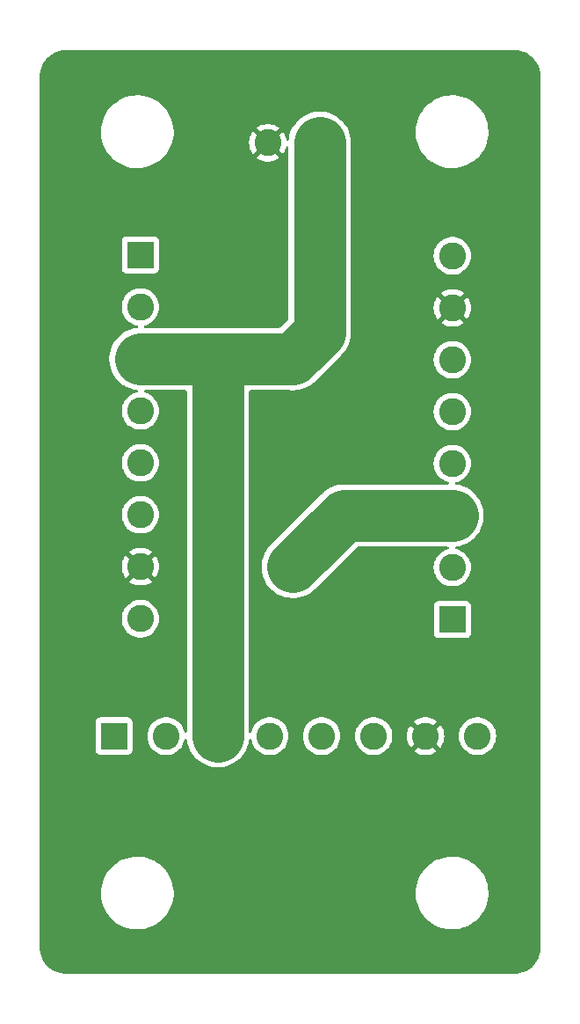
<source format=gbr>
%TF.GenerationSoftware,KiCad,Pcbnew,7.0.8-7.0.8~ubuntu22.04.1*%
%TF.CreationDate,2023-10-05T10:55:24-04:00*%
%TF.ProjectId,ladcp_star_circuit,6c616463-705f-4737-9461-725f63697263,1.0.0*%
%TF.SameCoordinates,Original*%
%TF.FileFunction,Copper,L1,Top*%
%TF.FilePolarity,Positive*%
%FSLAX46Y46*%
G04 Gerber Fmt 4.6, Leading zero omitted, Abs format (unit mm)*
G04 Created by KiCad (PCBNEW 7.0.8-7.0.8~ubuntu22.04.1) date 2023-10-05 10:55:24*
%MOMM*%
%LPD*%
G01*
G04 APERTURE LIST*
%TA.AperFunction,ComponentPad*%
%ADD10R,2.600000X2.600000*%
%TD*%
%TA.AperFunction,ComponentPad*%
%ADD11C,2.600000*%
%TD*%
%TA.AperFunction,ComponentPad*%
%ADD12R,3.200000X3.200000*%
%TD*%
%TA.AperFunction,ComponentPad*%
%ADD13O,3.200000X3.200000*%
%TD*%
%TA.AperFunction,Conductor*%
%ADD14C,5.000000*%
%TD*%
G04 APERTURE END LIST*
D10*
%TO.P,P1,1,Pin_1*%
%TO.N,/RS232_IN_MASTER*%
X121462800Y-62917000D03*
D11*
%TO.P,P1,2,Pin_2*%
%TO.N,/RS232_OUT_MASTER*%
X121462800Y-67917000D03*
%TO.P,P1,3,Pin_3*%
%TO.N,/POWER+*%
X121462800Y-72917000D03*
%TO.P,P1,4,Pin_4*%
%TO.N,/DATA_RTN*%
X121462800Y-77917000D03*
%TO.P,P1,5,Pin_5*%
%TO.N,/RS485A*%
X121462800Y-82917000D03*
%TO.P,P1,6,Pin_6*%
%TO.N,/RS485B*%
X121462800Y-87917000D03*
%TO.P,P1,7,Pin_7*%
%TO.N,/POWER-*%
X121462800Y-92917000D03*
%TO.P,P1,8,Pin_8*%
%TO.N,unconnected-(P1-Pin_8-Pad8)*%
X121462800Y-97917000D03*
%TD*%
D12*
%TO.P,D1,1,K*%
%TO.N,/POWER+*%
X136144000Y-72931000D03*
D13*
%TO.P,D1,2,A*%
%TO.N,Net-(D1-A)*%
X136144000Y-92931000D03*
%TD*%
D10*
%TO.P,P6,1,Pin_1*%
%TO.N,/RS232_IN_MASTER*%
X151514800Y-97992000D03*
D11*
%TO.P,P6,2,Pin_2*%
%TO.N,/RS232_OUT_MASTER*%
X151514800Y-92992000D03*
%TO.P,P6,3,Pin_3*%
%TO.N,Net-(D1-A)*%
X151514800Y-87992000D03*
%TO.P,P6,4,Pin_4*%
%TO.N,/DATA_RTN*%
X151514800Y-82992000D03*
%TO.P,P6,5,Pin_5*%
%TO.N,/RS232_IN_SLAVE*%
X151514800Y-77992000D03*
%TO.P,P6,6,Pin_6*%
%TO.N,/RS232_OUT_SLAVE*%
X151514800Y-72992000D03*
%TO.P,P6,7,Pin_7*%
%TO.N,/POWER-*%
X151514800Y-67992000D03*
%TO.P,P6,8,Pin_8*%
%TO.N,unconnected-(P6-Pin_8-Pad8)*%
X151514800Y-62992000D03*
%TD*%
D10*
%TO.P,P2,1,Pin_1*%
%TO.N,/RS232_IN_SLAVE*%
X118924000Y-109220000D03*
D11*
%TO.P,P2,2,Pin_2*%
%TO.N,/RS232_OUT_SLAVE*%
X123924000Y-109220000D03*
%TO.P,P2,3,Pin_3*%
%TO.N,/POWER+*%
X128924000Y-109220000D03*
%TO.P,P2,4,Pin_4*%
%TO.N,/DATA_RTN*%
X133924000Y-109220000D03*
%TO.P,P2,5,Pin_5*%
%TO.N,/RS485A*%
X138924000Y-109220000D03*
%TO.P,P2,6,Pin_6*%
%TO.N,/RS485B*%
X143924000Y-109220000D03*
%TO.P,P2,7,Pin_7*%
%TO.N,/POWER-*%
X148924000Y-109220000D03*
%TO.P,P2,8,Pin_8*%
%TO.N,unconnected-(P2-Pin_8-Pad8)*%
X153924000Y-109220000D03*
%TD*%
D10*
%TO.P,P3,1,Pin_1*%
%TO.N,/POWER+*%
X138734800Y-52120800D03*
D11*
%TO.P,P3,2,Pin_2*%
%TO.N,/POWER-*%
X133734800Y-52120800D03*
%TD*%
D14*
%TO.N,/POWER+*%
X129540000Y-72917000D02*
X136130000Y-72917000D01*
X138734800Y-52120800D02*
X138734800Y-70340200D01*
X128924000Y-109220000D02*
X128924000Y-73533000D01*
X128924000Y-73533000D02*
X129540000Y-72917000D01*
X136130000Y-72917000D02*
X136144000Y-72931000D01*
X121462800Y-72917000D02*
X129540000Y-72917000D01*
X138734800Y-70340200D02*
X136144000Y-72931000D01*
%TO.N,Net-(D1-A)*%
X136144000Y-92931000D02*
X141083000Y-87992000D01*
X141083000Y-87992000D02*
X151514800Y-87992000D01*
%TD*%
%TA.AperFunction,Conductor*%
%TO.N,/POWER-*%
G36*
X157481737Y-43180598D02*
G01*
X157515041Y-43182467D01*
X157595603Y-43186992D01*
X157767691Y-43197401D01*
X157774297Y-43198160D01*
X157845907Y-43210327D01*
X157910343Y-43221277D01*
X158003462Y-43238340D01*
X158059227Y-43248560D01*
X158065198Y-43249963D01*
X158202032Y-43289384D01*
X158342850Y-43333265D01*
X158348092Y-43335164D01*
X158481420Y-43390391D01*
X158614609Y-43450334D01*
X158619147Y-43452605D01*
X158692221Y-43492991D01*
X158746422Y-43522947D01*
X158746439Y-43522956D01*
X158870935Y-43598217D01*
X158874739Y-43600711D01*
X158992726Y-43684427D01*
X158995072Y-43686176D01*
X159090416Y-43760874D01*
X159108332Y-43774910D01*
X159111409Y-43777486D01*
X159219430Y-43874018D01*
X159221957Y-43876408D01*
X159323590Y-43978041D01*
X159325980Y-43980568D01*
X159422512Y-44088589D01*
X159425088Y-44091666D01*
X159513811Y-44204912D01*
X159515571Y-44207272D01*
X159599287Y-44325259D01*
X159601781Y-44329063D01*
X159677043Y-44453560D01*
X159747393Y-44580851D01*
X159749668Y-44585398D01*
X159809609Y-44718581D01*
X159864831Y-44851899D01*
X159866744Y-44857183D01*
X159889633Y-44930634D01*
X159910631Y-44998021D01*
X159950032Y-45134790D01*
X159951440Y-45140781D01*
X159978722Y-45289656D01*
X160001835Y-45425683D01*
X160002599Y-45432330D01*
X160013012Y-45604475D01*
X160019402Y-45718263D01*
X160019500Y-45721741D01*
X160019500Y-129538258D01*
X160019402Y-129541736D01*
X160013012Y-129655524D01*
X160002599Y-129827668D01*
X160001835Y-129834315D01*
X159978722Y-129970343D01*
X159951440Y-130119217D01*
X159950032Y-130125208D01*
X159910625Y-130262001D01*
X159866744Y-130402815D01*
X159864831Y-130408099D01*
X159809609Y-130541418D01*
X159749668Y-130674600D01*
X159747394Y-130679147D01*
X159677043Y-130806439D01*
X159601781Y-130930936D01*
X159599287Y-130934739D01*
X159515571Y-131052726D01*
X159513811Y-131055086D01*
X159425088Y-131168332D01*
X159422512Y-131171409D01*
X159325980Y-131279430D01*
X159323590Y-131281957D01*
X159221957Y-131383590D01*
X159219430Y-131385980D01*
X159111409Y-131482512D01*
X159108332Y-131485088D01*
X158995086Y-131573811D01*
X158992726Y-131575571D01*
X158874739Y-131659287D01*
X158870936Y-131661781D01*
X158746439Y-131737043D01*
X158619147Y-131807394D01*
X158614600Y-131809668D01*
X158481418Y-131869609D01*
X158348099Y-131924831D01*
X158342815Y-131926744D01*
X158225231Y-131963385D01*
X158201990Y-131970627D01*
X158065208Y-132010032D01*
X158059217Y-132011440D01*
X157910343Y-132038722D01*
X157774315Y-132061835D01*
X157767668Y-132062599D01*
X157595524Y-132073012D01*
X157481736Y-132079402D01*
X157478258Y-132079500D01*
X114301742Y-132079500D01*
X114298265Y-132079402D01*
X114184475Y-132073012D01*
X114012330Y-132062599D01*
X114005683Y-132061835D01*
X113869656Y-132038722D01*
X113720781Y-132011440D01*
X113714790Y-132010032D01*
X113578021Y-131970631D01*
X113510634Y-131949633D01*
X113437183Y-131926744D01*
X113431899Y-131924831D01*
X113298581Y-131869609D01*
X113165398Y-131809668D01*
X113160851Y-131807393D01*
X113033560Y-131737043D01*
X112909063Y-131661781D01*
X112905259Y-131659287D01*
X112787272Y-131575571D01*
X112784912Y-131573811D01*
X112671666Y-131485088D01*
X112668589Y-131482512D01*
X112560568Y-131385980D01*
X112558041Y-131383590D01*
X112456408Y-131281957D01*
X112454018Y-131279430D01*
X112357486Y-131171409D01*
X112354910Y-131168332D01*
X112340874Y-131150416D01*
X112266176Y-131055072D01*
X112264427Y-131052726D01*
X112180711Y-130934739D01*
X112178217Y-130930935D01*
X112102956Y-130806439D01*
X112032605Y-130679147D01*
X112030330Y-130674600D01*
X111970390Y-130541418D01*
X111915167Y-130408099D01*
X111913265Y-130402850D01*
X111869375Y-130262001D01*
X111829963Y-130125198D01*
X111828560Y-130119227D01*
X111818340Y-130063462D01*
X111801277Y-129970343D01*
X111790327Y-129905907D01*
X111778160Y-129834297D01*
X111777401Y-129827691D01*
X111766992Y-129655603D01*
X111762626Y-129577867D01*
X111760598Y-129541736D01*
X111760500Y-129538259D01*
X111760500Y-124417312D01*
X117653774Y-124417312D01*
X117683545Y-124789270D01*
X117752685Y-125155947D01*
X117860404Y-125513191D01*
X118005491Y-125856970D01*
X118186291Y-126183370D01*
X118186294Y-126183374D01*
X118400769Y-126488713D01*
X118646484Y-126769525D01*
X118787524Y-126899727D01*
X118920656Y-127022629D01*
X119220166Y-127245147D01*
X119220177Y-127245155D01*
X119541655Y-127434584D01*
X119881447Y-127588769D01*
X120235702Y-127705963D01*
X120600408Y-127784838D01*
X120971431Y-127824500D01*
X121251211Y-127824500D01*
X121251213Y-127824500D01*
X121333835Y-127820096D01*
X121530594Y-127809610D01*
X121530598Y-127809609D01*
X121530608Y-127809609D01*
X121898995Y-127750256D01*
X122258986Y-127652083D01*
X122606502Y-127516201D01*
X122937606Y-127344150D01*
X123248547Y-127137880D01*
X123535800Y-126899727D01*
X123796113Y-126632391D01*
X124026534Y-126338899D01*
X124224454Y-126022578D01*
X124387630Y-125687011D01*
X124514212Y-125336000D01*
X124602768Y-124973524D01*
X124652293Y-124603688D01*
X124657256Y-124417312D01*
X147981374Y-124417312D01*
X148011145Y-124789270D01*
X148080285Y-125155947D01*
X148188004Y-125513191D01*
X148333091Y-125856970D01*
X148513891Y-126183370D01*
X148513894Y-126183374D01*
X148728369Y-126488713D01*
X148974084Y-126769525D01*
X149115124Y-126899727D01*
X149248256Y-127022629D01*
X149547766Y-127245147D01*
X149547777Y-127245155D01*
X149869255Y-127434584D01*
X150209047Y-127588769D01*
X150563302Y-127705963D01*
X150928008Y-127784838D01*
X151299031Y-127824500D01*
X151578811Y-127824500D01*
X151578813Y-127824500D01*
X151661435Y-127820096D01*
X151858194Y-127809610D01*
X151858198Y-127809609D01*
X151858208Y-127809609D01*
X152226595Y-127750256D01*
X152586586Y-127652083D01*
X152934102Y-127516201D01*
X153265206Y-127344150D01*
X153576147Y-127137880D01*
X153863400Y-126899727D01*
X154123713Y-126632391D01*
X154354134Y-126338899D01*
X154552054Y-126022578D01*
X154715230Y-125687011D01*
X154841812Y-125336000D01*
X154930368Y-124973524D01*
X154979893Y-124603688D01*
X154989826Y-124230683D01*
X154960055Y-123858735D01*
X154890916Y-123492059D01*
X154890914Y-123492052D01*
X154783195Y-123134808D01*
X154638108Y-122791029D01*
X154457308Y-122464629D01*
X154457305Y-122464625D01*
X154348065Y-122309105D01*
X154242831Y-122159287D01*
X153997116Y-121878475D01*
X153722945Y-121625372D01*
X153722943Y-121625370D01*
X153423433Y-121402852D01*
X153423430Y-121402850D01*
X153423423Y-121402845D01*
X153101945Y-121213416D01*
X152762153Y-121059231D01*
X152762149Y-121059229D01*
X152762143Y-121059227D01*
X152407902Y-120942038D01*
X152407889Y-120942035D01*
X152043195Y-120863162D01*
X152043188Y-120863161D01*
X151672169Y-120823500D01*
X151392387Y-120823500D01*
X151371323Y-120824622D01*
X151113005Y-120838389D01*
X151112979Y-120838392D01*
X150744607Y-120897743D01*
X150744604Y-120897744D01*
X150384613Y-120995917D01*
X150222689Y-121059231D01*
X150037098Y-121131799D01*
X150037096Y-121131799D01*
X150037096Y-121131800D01*
X149705998Y-121303847D01*
X149395058Y-121510116D01*
X149395049Y-121510122D01*
X149107811Y-121748263D01*
X149107796Y-121748277D01*
X148847488Y-122015607D01*
X148617069Y-122309095D01*
X148617062Y-122309105D01*
X148419148Y-122625416D01*
X148419146Y-122625421D01*
X148255967Y-122960994D01*
X148129386Y-123312004D01*
X148040832Y-123674472D01*
X148040831Y-123674480D01*
X147991308Y-124044305D01*
X147991306Y-124044321D01*
X147981374Y-124417312D01*
X124657256Y-124417312D01*
X124662226Y-124230683D01*
X124632455Y-123858735D01*
X124563316Y-123492059D01*
X124563314Y-123492052D01*
X124455595Y-123134808D01*
X124310508Y-122791029D01*
X124129708Y-122464629D01*
X124129705Y-122464625D01*
X124020465Y-122309105D01*
X123915231Y-122159287D01*
X123669516Y-121878475D01*
X123395345Y-121625372D01*
X123395343Y-121625370D01*
X123095833Y-121402852D01*
X123095830Y-121402850D01*
X123095823Y-121402845D01*
X122774345Y-121213416D01*
X122434553Y-121059231D01*
X122434549Y-121059229D01*
X122434543Y-121059227D01*
X122080302Y-120942038D01*
X122080289Y-120942035D01*
X121715595Y-120863162D01*
X121715588Y-120863161D01*
X121344569Y-120823500D01*
X121064787Y-120823500D01*
X121043723Y-120824622D01*
X120785405Y-120838389D01*
X120785379Y-120838392D01*
X120417007Y-120897743D01*
X120417004Y-120897744D01*
X120057013Y-120995917D01*
X119895089Y-121059231D01*
X119709498Y-121131799D01*
X119709496Y-121131799D01*
X119709496Y-121131800D01*
X119378398Y-121303847D01*
X119067458Y-121510116D01*
X119067449Y-121510122D01*
X118780211Y-121748263D01*
X118780196Y-121748277D01*
X118519888Y-122015607D01*
X118289469Y-122309095D01*
X118289462Y-122309105D01*
X118091548Y-122625416D01*
X118091546Y-122625421D01*
X117928367Y-122960994D01*
X117801786Y-123312004D01*
X117713232Y-123674472D01*
X117713231Y-123674480D01*
X117663708Y-124044305D01*
X117663706Y-124044321D01*
X117653774Y-124417312D01*
X111760500Y-124417312D01*
X111760500Y-110567870D01*
X117123500Y-110567870D01*
X117123501Y-110567876D01*
X117129908Y-110627483D01*
X117180202Y-110762328D01*
X117180206Y-110762335D01*
X117266452Y-110877544D01*
X117266455Y-110877547D01*
X117381664Y-110963793D01*
X117381671Y-110963797D01*
X117516517Y-111014091D01*
X117516516Y-111014091D01*
X117523444Y-111014835D01*
X117576127Y-111020500D01*
X120271872Y-111020499D01*
X120331483Y-111014091D01*
X120466331Y-110963796D01*
X120581546Y-110877546D01*
X120667796Y-110762331D01*
X120718091Y-110627483D01*
X120724500Y-110567873D01*
X120724499Y-107872128D01*
X120718091Y-107812517D01*
X120716542Y-107808365D01*
X120667797Y-107677671D01*
X120667793Y-107677664D01*
X120581547Y-107562455D01*
X120581544Y-107562452D01*
X120466335Y-107476206D01*
X120466328Y-107476202D01*
X120331482Y-107425908D01*
X120331483Y-107425908D01*
X120271883Y-107419501D01*
X120271881Y-107419500D01*
X120271873Y-107419500D01*
X120271864Y-107419500D01*
X117576129Y-107419500D01*
X117576123Y-107419501D01*
X117516516Y-107425908D01*
X117381671Y-107476202D01*
X117381664Y-107476206D01*
X117266455Y-107562452D01*
X117266452Y-107562455D01*
X117180206Y-107677664D01*
X117180202Y-107677671D01*
X117129908Y-107812517D01*
X117123501Y-107872116D01*
X117123501Y-107872123D01*
X117123500Y-107872135D01*
X117123500Y-110567870D01*
X111760500Y-110567870D01*
X111760500Y-97917004D01*
X119657251Y-97917004D01*
X119677416Y-98186101D01*
X119737464Y-98449188D01*
X119737466Y-98449195D01*
X119836057Y-98700398D01*
X119970985Y-98934102D01*
X120106880Y-99104509D01*
X120139242Y-99145089D01*
X120325983Y-99318358D01*
X120337059Y-99328635D01*
X120560026Y-99480651D01*
X120803159Y-99597738D01*
X121061028Y-99677280D01*
X121061029Y-99677280D01*
X121061032Y-99677281D01*
X121327863Y-99717499D01*
X121327868Y-99717499D01*
X121327871Y-99717500D01*
X121327872Y-99717500D01*
X121597728Y-99717500D01*
X121597729Y-99717500D01*
X121597736Y-99717499D01*
X121864567Y-99677281D01*
X121864568Y-99677280D01*
X121864572Y-99677280D01*
X122122441Y-99597738D01*
X122365575Y-99480651D01*
X122588541Y-99328635D01*
X122786361Y-99145085D01*
X122954615Y-98934102D01*
X123089543Y-98700398D01*
X123188134Y-98449195D01*
X123248183Y-98186103D01*
X123268349Y-97917000D01*
X123248183Y-97647897D01*
X123188134Y-97384805D01*
X123089543Y-97133602D01*
X122954615Y-96899898D01*
X122786361Y-96688915D01*
X122786360Y-96688914D01*
X122786357Y-96688910D01*
X122588541Y-96505365D01*
X122506850Y-96449669D01*
X122365575Y-96353349D01*
X122365569Y-96353346D01*
X122365568Y-96353345D01*
X122365567Y-96353344D01*
X122122443Y-96236263D01*
X122122445Y-96236263D01*
X121864573Y-96156720D01*
X121864567Y-96156718D01*
X121597736Y-96116500D01*
X121597729Y-96116500D01*
X121327871Y-96116500D01*
X121327863Y-96116500D01*
X121061032Y-96156718D01*
X121061026Y-96156720D01*
X120803158Y-96236262D01*
X120560030Y-96353346D01*
X120337058Y-96505365D01*
X120139242Y-96688910D01*
X119970985Y-96899898D01*
X119836058Y-97133599D01*
X119836056Y-97133603D01*
X119737466Y-97384804D01*
X119737464Y-97384811D01*
X119677416Y-97647898D01*
X119657251Y-97916995D01*
X119657251Y-97917004D01*
X111760500Y-97917004D01*
X111760500Y-92917004D01*
X119657753Y-92917004D01*
X119677913Y-93186026D01*
X119677913Y-93186028D01*
X119737942Y-93449033D01*
X119737948Y-93449052D01*
X119836509Y-93700181D01*
X119836508Y-93700181D01*
X119971402Y-93933822D01*
X120025094Y-94001151D01*
X120025095Y-94001151D01*
X120860252Y-93165993D01*
X120869988Y-93195956D01*
X120957986Y-93334619D01*
X121077703Y-93447040D01*
X121212310Y-93521041D01*
X120377648Y-94355702D01*
X120560283Y-94480220D01*
X120560285Y-94480221D01*
X120803339Y-94597269D01*
X120803337Y-94597269D01*
X121061137Y-94676790D01*
X121061143Y-94676792D01*
X121327901Y-94716999D01*
X121327910Y-94717000D01*
X121597690Y-94717000D01*
X121597698Y-94716999D01*
X121864456Y-94676792D01*
X121864462Y-94676790D01*
X122122261Y-94597269D01*
X122365321Y-94480218D01*
X122547950Y-94355702D01*
X121710334Y-93518086D01*
X121778429Y-93491126D01*
X121911292Y-93394595D01*
X122015975Y-93268055D01*
X122064431Y-93165079D01*
X122900503Y-94001151D01*
X122900504Y-94001150D01*
X122954193Y-93933828D01*
X122954200Y-93933817D01*
X123089090Y-93700181D01*
X123187651Y-93449052D01*
X123187657Y-93449033D01*
X123247686Y-93186028D01*
X123247686Y-93186026D01*
X123267847Y-92917004D01*
X123267847Y-92916995D01*
X123247686Y-92647973D01*
X123247686Y-92647971D01*
X123187657Y-92384966D01*
X123187651Y-92384947D01*
X123089090Y-92133818D01*
X123089091Y-92133818D01*
X122954197Y-91900177D01*
X122900504Y-91832847D01*
X122065346Y-92668004D01*
X122055612Y-92638044D01*
X121967614Y-92499381D01*
X121847897Y-92386960D01*
X121713289Y-92312958D01*
X122547950Y-91478296D01*
X122365317Y-91353779D01*
X122365316Y-91353778D01*
X122122260Y-91236730D01*
X122122262Y-91236730D01*
X121864462Y-91157209D01*
X121864456Y-91157207D01*
X121597698Y-91117000D01*
X121327901Y-91117000D01*
X121061143Y-91157207D01*
X121061137Y-91157209D01*
X120803338Y-91236730D01*
X120560285Y-91353778D01*
X120560276Y-91353783D01*
X120377648Y-91478296D01*
X121215265Y-92315913D01*
X121147171Y-92342874D01*
X121014308Y-92439405D01*
X120909625Y-92565945D01*
X120861168Y-92668921D01*
X120025095Y-91832848D01*
X119971400Y-91900180D01*
X119836509Y-92133818D01*
X119737948Y-92384947D01*
X119737942Y-92384966D01*
X119677913Y-92647971D01*
X119677913Y-92647973D01*
X119657753Y-92916995D01*
X119657753Y-92917004D01*
X111760500Y-92917004D01*
X111760500Y-87917004D01*
X119657251Y-87917004D01*
X119677416Y-88186101D01*
X119737464Y-88449188D01*
X119737466Y-88449195D01*
X119836057Y-88700398D01*
X119970985Y-88934102D01*
X120106880Y-89104509D01*
X120139242Y-89145089D01*
X120325983Y-89318358D01*
X120337059Y-89328635D01*
X120560026Y-89480651D01*
X120803159Y-89597738D01*
X121061028Y-89677280D01*
X121061029Y-89677280D01*
X121061032Y-89677281D01*
X121327863Y-89717499D01*
X121327868Y-89717499D01*
X121327871Y-89717500D01*
X121327872Y-89717500D01*
X121597728Y-89717500D01*
X121597729Y-89717500D01*
X121597736Y-89717499D01*
X121864567Y-89677281D01*
X121864568Y-89677280D01*
X121864572Y-89677280D01*
X122122441Y-89597738D01*
X122365575Y-89480651D01*
X122588541Y-89328635D01*
X122786361Y-89145085D01*
X122954615Y-88934102D01*
X123089543Y-88700398D01*
X123188134Y-88449195D01*
X123248183Y-88186103D01*
X123268349Y-87917000D01*
X123248183Y-87647897D01*
X123188134Y-87384805D01*
X123089543Y-87133602D01*
X122954615Y-86899898D01*
X122786361Y-86688915D01*
X122786360Y-86688914D01*
X122786357Y-86688910D01*
X122588541Y-86505365D01*
X122564836Y-86489203D01*
X122365575Y-86353349D01*
X122365569Y-86353346D01*
X122365568Y-86353345D01*
X122365567Y-86353344D01*
X122122443Y-86236263D01*
X122122445Y-86236263D01*
X121864573Y-86156720D01*
X121864567Y-86156718D01*
X121597736Y-86116500D01*
X121597729Y-86116500D01*
X121327871Y-86116500D01*
X121327863Y-86116500D01*
X121061032Y-86156718D01*
X121061026Y-86156720D01*
X120803158Y-86236262D01*
X120560030Y-86353346D01*
X120337058Y-86505365D01*
X120139242Y-86688910D01*
X119970985Y-86899898D01*
X119836058Y-87133599D01*
X119836056Y-87133603D01*
X119737466Y-87384804D01*
X119737464Y-87384811D01*
X119677416Y-87647898D01*
X119657251Y-87916995D01*
X119657251Y-87917004D01*
X111760500Y-87917004D01*
X111760500Y-82917004D01*
X119657251Y-82917004D01*
X119677416Y-83186101D01*
X119694535Y-83261103D01*
X119737466Y-83449195D01*
X119836057Y-83700398D01*
X119970985Y-83934102D01*
X120030795Y-84009101D01*
X120139242Y-84145089D01*
X120325983Y-84318358D01*
X120337059Y-84328635D01*
X120560026Y-84480651D01*
X120803159Y-84597738D01*
X121061028Y-84677280D01*
X121061029Y-84677280D01*
X121061032Y-84677281D01*
X121327863Y-84717499D01*
X121327868Y-84717499D01*
X121327871Y-84717500D01*
X121327872Y-84717500D01*
X121597728Y-84717500D01*
X121597729Y-84717500D01*
X121597736Y-84717499D01*
X121864567Y-84677281D01*
X121864568Y-84677280D01*
X121864572Y-84677280D01*
X122122441Y-84597738D01*
X122365575Y-84480651D01*
X122588541Y-84328635D01*
X122786361Y-84145085D01*
X122954615Y-83934102D01*
X123089543Y-83700398D01*
X123188134Y-83449195D01*
X123248183Y-83186103D01*
X123254905Y-83096402D01*
X123268349Y-82917004D01*
X123268349Y-82916995D01*
X123248183Y-82647898D01*
X123248183Y-82647897D01*
X123188134Y-82384805D01*
X123089543Y-82133602D01*
X122954615Y-81899898D01*
X122786361Y-81688915D01*
X122786360Y-81688914D01*
X122786357Y-81688910D01*
X122588541Y-81505365D01*
X122365575Y-81353349D01*
X122365569Y-81353346D01*
X122365568Y-81353345D01*
X122365567Y-81353344D01*
X122122443Y-81236263D01*
X122122445Y-81236263D01*
X121864573Y-81156720D01*
X121864567Y-81156718D01*
X121597736Y-81116500D01*
X121597729Y-81116500D01*
X121327871Y-81116500D01*
X121327863Y-81116500D01*
X121061032Y-81156718D01*
X121061026Y-81156720D01*
X120803158Y-81236262D01*
X120560030Y-81353346D01*
X120337058Y-81505365D01*
X120139242Y-81688910D01*
X119970985Y-81899898D01*
X119836058Y-82133599D01*
X119836056Y-82133603D01*
X119737466Y-82384804D01*
X119737464Y-82384811D01*
X119677416Y-82647898D01*
X119657251Y-82916995D01*
X119657251Y-82917004D01*
X111760500Y-82917004D01*
X111760500Y-73091759D01*
X118462300Y-73091759D01*
X118482094Y-73261103D01*
X118502877Y-73438914D01*
X118502877Y-73438916D01*
X118583480Y-73779009D01*
X118583481Y-73779012D01*
X118703023Y-74107452D01*
X118703026Y-74107458D01*
X118859888Y-74419796D01*
X119051946Y-74711805D01*
X119051952Y-74711813D01*
X119085908Y-74752280D01*
X119276617Y-74979558D01*
X119407917Y-75103433D01*
X119530844Y-75219410D01*
X119530850Y-75219415D01*
X119811202Y-75428129D01*
X119831729Y-75439980D01*
X120113896Y-75602889D01*
X120434829Y-75741326D01*
X120769664Y-75841569D01*
X120769666Y-75841569D01*
X120769672Y-75841571D01*
X121113867Y-75902261D01*
X121113873Y-75902262D01*
X121113877Y-75902262D01*
X121114231Y-75902304D01*
X121114318Y-75902340D01*
X121117426Y-75902889D01*
X121117299Y-75903607D01*
X121178535Y-75929630D01*
X121217858Y-75987384D01*
X121219714Y-76057229D01*
X121183515Y-76116990D01*
X121120753Y-76147693D01*
X121118333Y-76148082D01*
X121061031Y-76156719D01*
X121061026Y-76156720D01*
X120803158Y-76236262D01*
X120560030Y-76353346D01*
X120337058Y-76505365D01*
X120139242Y-76688910D01*
X119970985Y-76899898D01*
X119836058Y-77133599D01*
X119836056Y-77133603D01*
X119737466Y-77384804D01*
X119737464Y-77384811D01*
X119677416Y-77647898D01*
X119657251Y-77916995D01*
X119657251Y-77917004D01*
X119677416Y-78186101D01*
X119694535Y-78261103D01*
X119737466Y-78449195D01*
X119836057Y-78700398D01*
X119970985Y-78934102D01*
X120030795Y-79009101D01*
X120139242Y-79145089D01*
X120325983Y-79318358D01*
X120337059Y-79328635D01*
X120560026Y-79480651D01*
X120803159Y-79597738D01*
X121061028Y-79677280D01*
X121061029Y-79677280D01*
X121061032Y-79677281D01*
X121327863Y-79717499D01*
X121327868Y-79717499D01*
X121327871Y-79717500D01*
X121327872Y-79717500D01*
X121597728Y-79717500D01*
X121597729Y-79717500D01*
X121597736Y-79717499D01*
X121864567Y-79677281D01*
X121864568Y-79677280D01*
X121864572Y-79677280D01*
X122122441Y-79597738D01*
X122365575Y-79480651D01*
X122588541Y-79328635D01*
X122786361Y-79145085D01*
X122954615Y-78934102D01*
X123089543Y-78700398D01*
X123188134Y-78449195D01*
X123248183Y-78186103D01*
X123254905Y-78096402D01*
X123268349Y-77917004D01*
X123268349Y-77916995D01*
X123248183Y-77647898D01*
X123248183Y-77647897D01*
X123188134Y-77384805D01*
X123089543Y-77133602D01*
X122954615Y-76899898D01*
X122786361Y-76688915D01*
X122786360Y-76688914D01*
X122786357Y-76688910D01*
X122588541Y-76505365D01*
X122365575Y-76353349D01*
X122365569Y-76353346D01*
X122365568Y-76353345D01*
X122365567Y-76353344D01*
X122122443Y-76236263D01*
X122122445Y-76236263D01*
X121875177Y-76159991D01*
X121816918Y-76121421D01*
X121788760Y-76057476D01*
X121799644Y-75988459D01*
X121846113Y-75936282D01*
X121911727Y-75917500D01*
X125799500Y-75917500D01*
X125866539Y-75937185D01*
X125912294Y-75989989D01*
X125923500Y-76041500D01*
X125923500Y-108788472D01*
X125903815Y-108855511D01*
X125851011Y-108901266D01*
X125781853Y-108911210D01*
X125718297Y-108882185D01*
X125680523Y-108823407D01*
X125678609Y-108816065D01*
X125649826Y-108689960D01*
X125649334Y-108687805D01*
X125550743Y-108436602D01*
X125415815Y-108202898D01*
X125247561Y-107991915D01*
X125247560Y-107991914D01*
X125247557Y-107991910D01*
X125049741Y-107808365D01*
X125010038Y-107781296D01*
X124826775Y-107656349D01*
X124826769Y-107656346D01*
X124826768Y-107656345D01*
X124826767Y-107656344D01*
X124583643Y-107539263D01*
X124583645Y-107539263D01*
X124325773Y-107459720D01*
X124325767Y-107459718D01*
X124058936Y-107419500D01*
X124058929Y-107419500D01*
X123789071Y-107419500D01*
X123789063Y-107419500D01*
X123522232Y-107459718D01*
X123522226Y-107459720D01*
X123264358Y-107539262D01*
X123021230Y-107656346D01*
X122798258Y-107808365D01*
X122600442Y-107991910D01*
X122432185Y-108202898D01*
X122297258Y-108436599D01*
X122297256Y-108436603D01*
X122198666Y-108687804D01*
X122198664Y-108687811D01*
X122138616Y-108950898D01*
X122118451Y-109219995D01*
X122118451Y-109220004D01*
X122138616Y-109489101D01*
X122198664Y-109752188D01*
X122198666Y-109752195D01*
X122261830Y-109913134D01*
X122297257Y-110003398D01*
X122432185Y-110237102D01*
X122485655Y-110304151D01*
X122600442Y-110448089D01*
X122730641Y-110568895D01*
X122798259Y-110631635D01*
X123021226Y-110783651D01*
X123264359Y-110900738D01*
X123522228Y-110980280D01*
X123522229Y-110980280D01*
X123522232Y-110980281D01*
X123789063Y-111020499D01*
X123789068Y-111020499D01*
X123789071Y-111020500D01*
X123789072Y-111020500D01*
X124058928Y-111020500D01*
X124058929Y-111020500D01*
X124058936Y-111020499D01*
X124325767Y-110980281D01*
X124325768Y-110980280D01*
X124325772Y-110980280D01*
X124583641Y-110900738D01*
X124826775Y-110783651D01*
X125049741Y-110631635D01*
X125247561Y-110448085D01*
X125415815Y-110237102D01*
X125550743Y-110003398D01*
X125649334Y-109752195D01*
X125691493Y-109567485D01*
X125694513Y-109554254D01*
X125728622Y-109493275D01*
X125790283Y-109460417D01*
X125859920Y-109466112D01*
X125915424Y-109508552D01*
X125937770Y-109565434D01*
X125938111Y-109565374D01*
X125938407Y-109567054D01*
X125938567Y-109567461D01*
X125938739Y-109568939D01*
X125999428Y-109913127D01*
X125999430Y-109913134D01*
X126099674Y-110247972D01*
X126238107Y-110568895D01*
X126238113Y-110568908D01*
X126412870Y-110871597D01*
X126621584Y-111151949D01*
X126621589Y-111151955D01*
X126745463Y-111283253D01*
X126861442Y-111406183D01*
X127037903Y-111554251D01*
X127129186Y-111630847D01*
X127129194Y-111630853D01*
X127421203Y-111822911D01*
X127421207Y-111822913D01*
X127733549Y-111979777D01*
X128061989Y-112099319D01*
X128402086Y-112179923D01*
X128749241Y-112220500D01*
X128749248Y-112220500D01*
X129098752Y-112220500D01*
X129098759Y-112220500D01*
X129445914Y-112179923D01*
X129786011Y-112099319D01*
X130114451Y-111979777D01*
X130426793Y-111822913D01*
X130718811Y-111630849D01*
X130986558Y-111406183D01*
X131226412Y-111151953D01*
X131435130Y-110871596D01*
X131609889Y-110568904D01*
X131748326Y-110247971D01*
X131848569Y-109913136D01*
X131858894Y-109854583D01*
X131909257Y-109568954D01*
X131909262Y-109568927D01*
X131909263Y-109568895D01*
X131909429Y-109567485D01*
X131909579Y-109567131D01*
X131909889Y-109565374D01*
X131910295Y-109565445D01*
X131936746Y-109503176D01*
X131994494Y-109463845D01*
X132064338Y-109461978D01*
X132124105Y-109498168D01*
X132153486Y-109554253D01*
X132198664Y-109752188D01*
X132198666Y-109752195D01*
X132261830Y-109913134D01*
X132297257Y-110003398D01*
X132432185Y-110237102D01*
X132485655Y-110304151D01*
X132600442Y-110448089D01*
X132730641Y-110568895D01*
X132798259Y-110631635D01*
X133021226Y-110783651D01*
X133264359Y-110900738D01*
X133522228Y-110980280D01*
X133522229Y-110980280D01*
X133522232Y-110980281D01*
X133789063Y-111020499D01*
X133789068Y-111020499D01*
X133789071Y-111020500D01*
X133789072Y-111020500D01*
X134058928Y-111020500D01*
X134058929Y-111020500D01*
X134058936Y-111020499D01*
X134325767Y-110980281D01*
X134325768Y-110980280D01*
X134325772Y-110980280D01*
X134583641Y-110900738D01*
X134826775Y-110783651D01*
X135049741Y-110631635D01*
X135247561Y-110448085D01*
X135415815Y-110237102D01*
X135550743Y-110003398D01*
X135649334Y-109752195D01*
X135709383Y-109489103D01*
X135729549Y-109220004D01*
X137118451Y-109220004D01*
X137138616Y-109489101D01*
X137198664Y-109752188D01*
X137198666Y-109752195D01*
X137261830Y-109913134D01*
X137297257Y-110003398D01*
X137432185Y-110237102D01*
X137485655Y-110304151D01*
X137600442Y-110448089D01*
X137730641Y-110568895D01*
X137798259Y-110631635D01*
X138021226Y-110783651D01*
X138264359Y-110900738D01*
X138522228Y-110980280D01*
X138522229Y-110980280D01*
X138522232Y-110980281D01*
X138789063Y-111020499D01*
X138789068Y-111020499D01*
X138789071Y-111020500D01*
X138789072Y-111020500D01*
X139058928Y-111020500D01*
X139058929Y-111020500D01*
X139058936Y-111020499D01*
X139325767Y-110980281D01*
X139325768Y-110980280D01*
X139325772Y-110980280D01*
X139583641Y-110900738D01*
X139826775Y-110783651D01*
X140049741Y-110631635D01*
X140247561Y-110448085D01*
X140415815Y-110237102D01*
X140550743Y-110003398D01*
X140649334Y-109752195D01*
X140709383Y-109489103D01*
X140729549Y-109220004D01*
X142118451Y-109220004D01*
X142138616Y-109489101D01*
X142198664Y-109752188D01*
X142198666Y-109752195D01*
X142261830Y-109913134D01*
X142297257Y-110003398D01*
X142432185Y-110237102D01*
X142485655Y-110304151D01*
X142600442Y-110448089D01*
X142730641Y-110568895D01*
X142798259Y-110631635D01*
X143021226Y-110783651D01*
X143264359Y-110900738D01*
X143522228Y-110980280D01*
X143522229Y-110980280D01*
X143522232Y-110980281D01*
X143789063Y-111020499D01*
X143789068Y-111020499D01*
X143789071Y-111020500D01*
X143789072Y-111020500D01*
X144058928Y-111020500D01*
X144058929Y-111020500D01*
X144058936Y-111020499D01*
X144325767Y-110980281D01*
X144325768Y-110980280D01*
X144325772Y-110980280D01*
X144583641Y-110900738D01*
X144826775Y-110783651D01*
X145049741Y-110631635D01*
X145247561Y-110448085D01*
X145415815Y-110237102D01*
X145550743Y-110003398D01*
X145649334Y-109752195D01*
X145709383Y-109489103D01*
X145729549Y-109220004D01*
X147118953Y-109220004D01*
X147139113Y-109489026D01*
X147139113Y-109489028D01*
X147199142Y-109752033D01*
X147199148Y-109752052D01*
X147297709Y-110003181D01*
X147297708Y-110003181D01*
X147432602Y-110236822D01*
X147486294Y-110304151D01*
X147486295Y-110304151D01*
X148321452Y-109468993D01*
X148331188Y-109498956D01*
X148419186Y-109637619D01*
X148538903Y-109750040D01*
X148673510Y-109824041D01*
X147838848Y-110658702D01*
X148021483Y-110783220D01*
X148021485Y-110783221D01*
X148264539Y-110900269D01*
X148264537Y-110900269D01*
X148522337Y-110979790D01*
X148522343Y-110979792D01*
X148789101Y-111019999D01*
X148789110Y-111020000D01*
X149058890Y-111020000D01*
X149058898Y-111019999D01*
X149325656Y-110979792D01*
X149325662Y-110979790D01*
X149583461Y-110900269D01*
X149826521Y-110783218D01*
X150009150Y-110658702D01*
X149171534Y-109821086D01*
X149239629Y-109794126D01*
X149372492Y-109697595D01*
X149477175Y-109571055D01*
X149525631Y-109468079D01*
X150361703Y-110304151D01*
X150361704Y-110304150D01*
X150415393Y-110236828D01*
X150415400Y-110236817D01*
X150550290Y-110003181D01*
X150648851Y-109752052D01*
X150648857Y-109752033D01*
X150708886Y-109489028D01*
X150708886Y-109489026D01*
X150729047Y-109220004D01*
X152118451Y-109220004D01*
X152138616Y-109489101D01*
X152198664Y-109752188D01*
X152198666Y-109752195D01*
X152261830Y-109913134D01*
X152297257Y-110003398D01*
X152432185Y-110237102D01*
X152485655Y-110304151D01*
X152600442Y-110448089D01*
X152730641Y-110568895D01*
X152798259Y-110631635D01*
X153021226Y-110783651D01*
X153264359Y-110900738D01*
X153522228Y-110980280D01*
X153522229Y-110980280D01*
X153522232Y-110980281D01*
X153789063Y-111020499D01*
X153789068Y-111020499D01*
X153789071Y-111020500D01*
X153789072Y-111020500D01*
X154058928Y-111020500D01*
X154058929Y-111020500D01*
X154058936Y-111020499D01*
X154325767Y-110980281D01*
X154325768Y-110980280D01*
X154325772Y-110980280D01*
X154583641Y-110900738D01*
X154826775Y-110783651D01*
X155049741Y-110631635D01*
X155247561Y-110448085D01*
X155415815Y-110237102D01*
X155550743Y-110003398D01*
X155649334Y-109752195D01*
X155709383Y-109489103D01*
X155729549Y-109220000D01*
X155726466Y-109178862D01*
X155709389Y-108950973D01*
X155709383Y-108950897D01*
X155649334Y-108687805D01*
X155550743Y-108436602D01*
X155415815Y-108202898D01*
X155247561Y-107991915D01*
X155247560Y-107991914D01*
X155247557Y-107991910D01*
X155049741Y-107808365D01*
X155010038Y-107781296D01*
X154826775Y-107656349D01*
X154826769Y-107656346D01*
X154826768Y-107656345D01*
X154826767Y-107656344D01*
X154583643Y-107539263D01*
X154583645Y-107539263D01*
X154325773Y-107459720D01*
X154325767Y-107459718D01*
X154058936Y-107419500D01*
X154058929Y-107419500D01*
X153789071Y-107419500D01*
X153789063Y-107419500D01*
X153522232Y-107459718D01*
X153522226Y-107459720D01*
X153264358Y-107539262D01*
X153021230Y-107656346D01*
X152798258Y-107808365D01*
X152600442Y-107991910D01*
X152432185Y-108202898D01*
X152297258Y-108436599D01*
X152297256Y-108436603D01*
X152198666Y-108687804D01*
X152198664Y-108687811D01*
X152138616Y-108950898D01*
X152118451Y-109219995D01*
X152118451Y-109220004D01*
X150729047Y-109220004D01*
X150729047Y-109219995D01*
X150708886Y-108950973D01*
X150708886Y-108950971D01*
X150648857Y-108687966D01*
X150648851Y-108687947D01*
X150550290Y-108436818D01*
X150550291Y-108436818D01*
X150415397Y-108203177D01*
X150361704Y-108135847D01*
X149526546Y-108971004D01*
X149516812Y-108941044D01*
X149428814Y-108802381D01*
X149309097Y-108689960D01*
X149174489Y-108615958D01*
X150009150Y-107781296D01*
X149826517Y-107656779D01*
X149826516Y-107656778D01*
X149583460Y-107539730D01*
X149583462Y-107539730D01*
X149325662Y-107460209D01*
X149325656Y-107460207D01*
X149058898Y-107420000D01*
X148789101Y-107420000D01*
X148522343Y-107460207D01*
X148522337Y-107460209D01*
X148264538Y-107539730D01*
X148021485Y-107656778D01*
X148021476Y-107656783D01*
X147838848Y-107781296D01*
X148676465Y-108618913D01*
X148608371Y-108645874D01*
X148475508Y-108742405D01*
X148370825Y-108868945D01*
X148322368Y-108971921D01*
X147486295Y-108135848D01*
X147432600Y-108203180D01*
X147297709Y-108436818D01*
X147199148Y-108687947D01*
X147199142Y-108687966D01*
X147139113Y-108950971D01*
X147139113Y-108950973D01*
X147118953Y-109219995D01*
X147118953Y-109220004D01*
X145729549Y-109220004D01*
X145729549Y-109220000D01*
X145726466Y-109178862D01*
X145709389Y-108950973D01*
X145709383Y-108950897D01*
X145649334Y-108687805D01*
X145550743Y-108436602D01*
X145415815Y-108202898D01*
X145247561Y-107991915D01*
X145247560Y-107991914D01*
X145247557Y-107991910D01*
X145049741Y-107808365D01*
X145010038Y-107781296D01*
X144826775Y-107656349D01*
X144826769Y-107656346D01*
X144826768Y-107656345D01*
X144826767Y-107656344D01*
X144583643Y-107539263D01*
X144583645Y-107539263D01*
X144325773Y-107459720D01*
X144325767Y-107459718D01*
X144058936Y-107419500D01*
X144058929Y-107419500D01*
X143789071Y-107419500D01*
X143789063Y-107419500D01*
X143522232Y-107459718D01*
X143522226Y-107459720D01*
X143264358Y-107539262D01*
X143021230Y-107656346D01*
X142798258Y-107808365D01*
X142600442Y-107991910D01*
X142432185Y-108202898D01*
X142297258Y-108436599D01*
X142297256Y-108436603D01*
X142198666Y-108687804D01*
X142198664Y-108687811D01*
X142138616Y-108950898D01*
X142118451Y-109219995D01*
X142118451Y-109220004D01*
X140729549Y-109220004D01*
X140729549Y-109220000D01*
X140726466Y-109178862D01*
X140709389Y-108950973D01*
X140709383Y-108950897D01*
X140649334Y-108687805D01*
X140550743Y-108436602D01*
X140415815Y-108202898D01*
X140247561Y-107991915D01*
X140247560Y-107991914D01*
X140247557Y-107991910D01*
X140049741Y-107808365D01*
X140010038Y-107781296D01*
X139826775Y-107656349D01*
X139826769Y-107656346D01*
X139826768Y-107656345D01*
X139826767Y-107656344D01*
X139583643Y-107539263D01*
X139583645Y-107539263D01*
X139325773Y-107459720D01*
X139325767Y-107459718D01*
X139058936Y-107419500D01*
X139058929Y-107419500D01*
X138789071Y-107419500D01*
X138789063Y-107419500D01*
X138522232Y-107459718D01*
X138522226Y-107459720D01*
X138264358Y-107539262D01*
X138021230Y-107656346D01*
X137798258Y-107808365D01*
X137600442Y-107991910D01*
X137432185Y-108202898D01*
X137297258Y-108436599D01*
X137297256Y-108436603D01*
X137198666Y-108687804D01*
X137198664Y-108687811D01*
X137138616Y-108950898D01*
X137118451Y-109219995D01*
X137118451Y-109220004D01*
X135729549Y-109220004D01*
X135729549Y-109220000D01*
X135726466Y-109178862D01*
X135709389Y-108950973D01*
X135709383Y-108950897D01*
X135649334Y-108687805D01*
X135550743Y-108436602D01*
X135415815Y-108202898D01*
X135247561Y-107991915D01*
X135247560Y-107991914D01*
X135247557Y-107991910D01*
X135049741Y-107808365D01*
X135010038Y-107781296D01*
X134826775Y-107656349D01*
X134826769Y-107656346D01*
X134826768Y-107656345D01*
X134826767Y-107656344D01*
X134583643Y-107539263D01*
X134583645Y-107539263D01*
X134325773Y-107459720D01*
X134325767Y-107459718D01*
X134058936Y-107419500D01*
X134058929Y-107419500D01*
X133789071Y-107419500D01*
X133789063Y-107419500D01*
X133522232Y-107459718D01*
X133522226Y-107459720D01*
X133264358Y-107539262D01*
X133021230Y-107656346D01*
X132798258Y-107808365D01*
X132600442Y-107991910D01*
X132432185Y-108202898D01*
X132297258Y-108436599D01*
X132297256Y-108436603D01*
X132198666Y-108687804D01*
X132198664Y-108687811D01*
X132169391Y-108816065D01*
X132135282Y-108877043D01*
X132073621Y-108909901D01*
X132003984Y-108904206D01*
X131948480Y-108861766D01*
X131924732Y-108796056D01*
X131924500Y-108788472D01*
X131924500Y-99339870D01*
X149714300Y-99339870D01*
X149714301Y-99339876D01*
X149720708Y-99399483D01*
X149771002Y-99534328D01*
X149771006Y-99534335D01*
X149857252Y-99649544D01*
X149857255Y-99649547D01*
X149972464Y-99735793D01*
X149972471Y-99735797D01*
X150107317Y-99786091D01*
X150107316Y-99786091D01*
X150114244Y-99786835D01*
X150166927Y-99792500D01*
X152862672Y-99792499D01*
X152922283Y-99786091D01*
X153057131Y-99735796D01*
X153172346Y-99649546D01*
X153258596Y-99534331D01*
X153308891Y-99399483D01*
X153315300Y-99339873D01*
X153315299Y-96644128D01*
X153308891Y-96584517D01*
X153279369Y-96505365D01*
X153258597Y-96449671D01*
X153258593Y-96449664D01*
X153172347Y-96334455D01*
X153172344Y-96334452D01*
X153057135Y-96248206D01*
X153057128Y-96248202D01*
X152922282Y-96197908D01*
X152922283Y-96197908D01*
X152862683Y-96191501D01*
X152862681Y-96191500D01*
X152862673Y-96191500D01*
X152862664Y-96191500D01*
X150166929Y-96191500D01*
X150166923Y-96191501D01*
X150107316Y-96197908D01*
X149972471Y-96248202D01*
X149972464Y-96248206D01*
X149857255Y-96334452D01*
X149857252Y-96334455D01*
X149771006Y-96449664D01*
X149771002Y-96449671D01*
X149720708Y-96584517D01*
X149714301Y-96644116D01*
X149714301Y-96644123D01*
X149714300Y-96644135D01*
X149714300Y-99339870D01*
X131924500Y-99339870D01*
X131924500Y-93018428D01*
X133139686Y-93018428D01*
X133170148Y-93366601D01*
X133170148Y-93366604D01*
X133240825Y-93708898D01*
X133337668Y-94001150D01*
X133350767Y-94040681D01*
X133498480Y-94357452D01*
X133498481Y-94357453D01*
X133498485Y-94357462D01*
X133620733Y-94555655D01*
X133681969Y-94654933D01*
X133790743Y-94792500D01*
X133898758Y-94929107D01*
X134145892Y-95176241D01*
X134145896Y-95176244D01*
X134145899Y-95176247D01*
X134420067Y-95393031D01*
X134420072Y-95393034D01*
X134717537Y-95576514D01*
X134717541Y-95576516D01*
X134717548Y-95576520D01*
X135034319Y-95724233D01*
X135366098Y-95834173D01*
X135366100Y-95834173D01*
X135366102Y-95834174D01*
X135366100Y-95834174D01*
X135619327Y-95886460D01*
X135708395Y-95904851D01*
X136056584Y-95935314D01*
X136405954Y-95925148D01*
X136751782Y-95874492D01*
X137089391Y-95784029D01*
X137414215Y-95654985D01*
X137721861Y-95489104D01*
X138008170Y-95288628D01*
X138203940Y-95114408D01*
X138203946Y-95114403D01*
X142289529Y-91028819D01*
X142350852Y-90995334D01*
X142377210Y-90992500D01*
X151065873Y-90992500D01*
X151132912Y-91012185D01*
X151178667Y-91064989D01*
X151188611Y-91134147D01*
X151159586Y-91197703D01*
X151102423Y-91234991D01*
X150855158Y-91311262D01*
X150612030Y-91428346D01*
X150389058Y-91580365D01*
X150191242Y-91763910D01*
X150022985Y-91974898D01*
X149888058Y-92208599D01*
X149888056Y-92208603D01*
X149789466Y-92459804D01*
X149789464Y-92459811D01*
X149729416Y-92722898D01*
X149709251Y-92991995D01*
X149709251Y-92992004D01*
X149729416Y-93261101D01*
X149772315Y-93449052D01*
X149789466Y-93524195D01*
X149888057Y-93775398D01*
X150022985Y-94009102D01*
X150048169Y-94040681D01*
X150191242Y-94220089D01*
X150339296Y-94357462D01*
X150389059Y-94403635D01*
X150612026Y-94555651D01*
X150855159Y-94672738D01*
X151113028Y-94752280D01*
X151113029Y-94752280D01*
X151113032Y-94752281D01*
X151379863Y-94792499D01*
X151379868Y-94792499D01*
X151379871Y-94792500D01*
X151379872Y-94792500D01*
X151649728Y-94792500D01*
X151649729Y-94792500D01*
X151649736Y-94792499D01*
X151916567Y-94752281D01*
X151916568Y-94752280D01*
X151916572Y-94752280D01*
X152174441Y-94672738D01*
X152417575Y-94555651D01*
X152640541Y-94403635D01*
X152838361Y-94220085D01*
X153006615Y-94009102D01*
X153141543Y-93775398D01*
X153240134Y-93524195D01*
X153300183Y-93261103D01*
X153318369Y-93018428D01*
X153320349Y-92992004D01*
X153320349Y-92991995D01*
X153300183Y-92722898D01*
X153283082Y-92647973D01*
X153240134Y-92459805D01*
X153141543Y-92208602D01*
X153006615Y-91974898D01*
X152838361Y-91763915D01*
X152838360Y-91763914D01*
X152838357Y-91763910D01*
X152640541Y-91580365D01*
X152417575Y-91428349D01*
X152417569Y-91428346D01*
X152417568Y-91428345D01*
X152417567Y-91428344D01*
X152174443Y-91311263D01*
X152174445Y-91311263D01*
X151916573Y-91231720D01*
X151916567Y-91231718D01*
X151859267Y-91223082D01*
X151795910Y-91193625D01*
X151758536Y-91134592D01*
X151759011Y-91064724D01*
X151797185Y-91006204D01*
X151860184Y-90977949D01*
X151860174Y-90977889D01*
X151860411Y-90977847D01*
X151860936Y-90977612D01*
X151863372Y-90977303D01*
X151863706Y-90977263D01*
X151863727Y-90977262D01*
X152022850Y-90949204D01*
X152207927Y-90916571D01*
X152207930Y-90916569D01*
X152207936Y-90916569D01*
X152542771Y-90816326D01*
X152863704Y-90677889D01*
X153166396Y-90503130D01*
X153446753Y-90294412D01*
X153700983Y-90054558D01*
X153925649Y-89786811D01*
X154117713Y-89494793D01*
X154274577Y-89182451D01*
X154394119Y-88854011D01*
X154474723Y-88513914D01*
X154515300Y-88166759D01*
X154515300Y-87817241D01*
X154474723Y-87470086D01*
X154394119Y-87129989D01*
X154274577Y-86801549D01*
X154117713Y-86489207D01*
X154117711Y-86489203D01*
X153925653Y-86197194D01*
X153925647Y-86197186D01*
X153849051Y-86105903D01*
X153700983Y-85929442D01*
X153542128Y-85779570D01*
X153446755Y-85689589D01*
X153446749Y-85689584D01*
X153166397Y-85480870D01*
X152863708Y-85306113D01*
X152863695Y-85306107D01*
X152542772Y-85167674D01*
X152207934Y-85067430D01*
X152207927Y-85067428D01*
X151863721Y-85006736D01*
X151863341Y-85006692D01*
X151863250Y-85006653D01*
X151860174Y-85006111D01*
X151860299Y-85005398D01*
X151799043Y-84979352D01*
X151759733Y-84921589D01*
X151757892Y-84851744D01*
X151794104Y-84791991D01*
X151856873Y-84761302D01*
X151859251Y-84760919D01*
X151895497Y-84755456D01*
X151916566Y-84752281D01*
X151916566Y-84752280D01*
X151916572Y-84752280D01*
X152174441Y-84672738D01*
X152417575Y-84555651D01*
X152640541Y-84403635D01*
X152838361Y-84220085D01*
X153006615Y-84009102D01*
X153141543Y-83775398D01*
X153240134Y-83524195D01*
X153300183Y-83261103D01*
X153320349Y-82992000D01*
X153314728Y-82916995D01*
X153300183Y-82722898D01*
X153283065Y-82647898D01*
X153240134Y-82459805D01*
X153141543Y-82208602D01*
X153006615Y-81974898D01*
X152838361Y-81763915D01*
X152838360Y-81763914D01*
X152838357Y-81763910D01*
X152640541Y-81580365D01*
X152530536Y-81505365D01*
X152417575Y-81428349D01*
X152417569Y-81428346D01*
X152417568Y-81428345D01*
X152417567Y-81428344D01*
X152174443Y-81311263D01*
X152174445Y-81311263D01*
X151916573Y-81231720D01*
X151916567Y-81231718D01*
X151649736Y-81191500D01*
X151649729Y-81191500D01*
X151379871Y-81191500D01*
X151379863Y-81191500D01*
X151113032Y-81231718D01*
X151113026Y-81231720D01*
X150855158Y-81311262D01*
X150612030Y-81428346D01*
X150389058Y-81580365D01*
X150191242Y-81763910D01*
X150022985Y-81974898D01*
X149888058Y-82208599D01*
X149888056Y-82208603D01*
X149789466Y-82459804D01*
X149789464Y-82459811D01*
X149729416Y-82722898D01*
X149709251Y-82991995D01*
X149709251Y-82992004D01*
X149729416Y-83261101D01*
X149789464Y-83524188D01*
X149789466Y-83524195D01*
X149858620Y-83700396D01*
X149888057Y-83775398D01*
X150022985Y-84009102D01*
X150158880Y-84179509D01*
X150191242Y-84220089D01*
X150308227Y-84328634D01*
X150389059Y-84403635D01*
X150612026Y-84555651D01*
X150855159Y-84672738D01*
X151000271Y-84717499D01*
X151102423Y-84749009D01*
X151160682Y-84787579D01*
X151188840Y-84851524D01*
X151177956Y-84920541D01*
X151131487Y-84972718D01*
X151065873Y-84991500D01*
X141216717Y-84991500D01*
X141211315Y-84991264D01*
X141200483Y-84990316D01*
X141170423Y-84987686D01*
X141170417Y-84987686D01*
X141170416Y-84987686D01*
X141055726Y-84991023D01*
X141039341Y-84991500D01*
X140995695Y-84991500D01*
X140963013Y-84993402D01*
X140952119Y-84994037D01*
X140821045Y-84997852D01*
X140780423Y-85003802D01*
X140775048Y-85004351D01*
X140744967Y-85006103D01*
X140734071Y-85006738D01*
X140734061Y-85006739D01*
X140604968Y-85029502D01*
X140475216Y-85048508D01*
X140435563Y-85059133D01*
X140430279Y-85060304D01*
X140389873Y-85067428D01*
X140389860Y-85067431D01*
X140264271Y-85105030D01*
X140137614Y-85138968D01*
X140137598Y-85138973D01*
X140099457Y-85154126D01*
X140094348Y-85155901D01*
X140055029Y-85167673D01*
X139934637Y-85219605D01*
X139812785Y-85268014D01*
X139788060Y-85281345D01*
X139776651Y-85287497D01*
X139771792Y-85289849D01*
X139734104Y-85306107D01*
X139734100Y-85306108D01*
X139620541Y-85371671D01*
X139505136Y-85433897D01*
X139471516Y-85457438D01*
X139466955Y-85460343D01*
X139431400Y-85480872D01*
X139431397Y-85480874D01*
X139326219Y-85559177D01*
X139218837Y-85634366D01*
X139218834Y-85634368D01*
X139188175Y-85661650D01*
X139183984Y-85665064D01*
X139151057Y-85689579D01*
X139151050Y-85689585D01*
X139151047Y-85689588D01*
X139055670Y-85779570D01*
X139023060Y-85808592D01*
X138992188Y-85839463D01*
X138896820Y-85929440D01*
X138896809Y-85929450D01*
X138870431Y-85960886D01*
X138866776Y-85964875D01*
X133960597Y-90871054D01*
X133786375Y-91066826D01*
X133786372Y-91066828D01*
X133786372Y-91066830D01*
X133585896Y-91353139D01*
X133585893Y-91353142D01*
X133585891Y-91353147D01*
X133420017Y-91660779D01*
X133420010Y-91660796D01*
X133290973Y-91985602D01*
X133290969Y-91985613D01*
X133200508Y-92323214D01*
X133200508Y-92323215D01*
X133149852Y-92669044D01*
X133139686Y-93018428D01*
X131924500Y-93018428D01*
X131924500Y-77992004D01*
X149709251Y-77992004D01*
X149729416Y-78261101D01*
X149789464Y-78524188D01*
X149789466Y-78524195D01*
X149858620Y-78700396D01*
X149888057Y-78775398D01*
X150022985Y-79009102D01*
X150158880Y-79179509D01*
X150191242Y-79220089D01*
X150308227Y-79328634D01*
X150389059Y-79403635D01*
X150612026Y-79555651D01*
X150855159Y-79672738D01*
X151113028Y-79752280D01*
X151113029Y-79752280D01*
X151113032Y-79752281D01*
X151379863Y-79792499D01*
X151379868Y-79792499D01*
X151379871Y-79792500D01*
X151379872Y-79792500D01*
X151649728Y-79792500D01*
X151649729Y-79792500D01*
X151649736Y-79792499D01*
X151916567Y-79752281D01*
X151916568Y-79752280D01*
X151916572Y-79752280D01*
X152174441Y-79672738D01*
X152417575Y-79555651D01*
X152640541Y-79403635D01*
X152838361Y-79220085D01*
X153006615Y-79009102D01*
X153141543Y-78775398D01*
X153240134Y-78524195D01*
X153300183Y-78261103D01*
X153320349Y-77992000D01*
X153314728Y-77916995D01*
X153300183Y-77722898D01*
X153283065Y-77647898D01*
X153240134Y-77459805D01*
X153141543Y-77208602D01*
X153006615Y-76974898D01*
X152838361Y-76763915D01*
X152838360Y-76763914D01*
X152838357Y-76763910D01*
X152640541Y-76580365D01*
X152530536Y-76505365D01*
X152417575Y-76428349D01*
X152417569Y-76428346D01*
X152417568Y-76428345D01*
X152417567Y-76428344D01*
X152174443Y-76311263D01*
X152174445Y-76311263D01*
X151916573Y-76231720D01*
X151916567Y-76231718D01*
X151649736Y-76191500D01*
X151649729Y-76191500D01*
X151379871Y-76191500D01*
X151379863Y-76191500D01*
X151113032Y-76231718D01*
X151113026Y-76231720D01*
X150855158Y-76311262D01*
X150612030Y-76428346D01*
X150389058Y-76580365D01*
X150191242Y-76763910D01*
X150022985Y-76974898D01*
X149888058Y-77208599D01*
X149888056Y-77208603D01*
X149789466Y-77459804D01*
X149789464Y-77459811D01*
X149729416Y-77722898D01*
X149709251Y-77991995D01*
X149709251Y-77992004D01*
X131924500Y-77992004D01*
X131924500Y-76041500D01*
X131944185Y-75974461D01*
X131996989Y-75928706D01*
X132048500Y-75917500D01*
X135820798Y-75917500D01*
X135838769Y-75918809D01*
X135843273Y-75919468D01*
X135882046Y-75925148D01*
X135949803Y-75927119D01*
X135967664Y-75927639D01*
X135971263Y-75927848D01*
X136056584Y-75935314D01*
X136142213Y-75932822D01*
X136145787Y-75932822D01*
X136231416Y-75935314D01*
X136316737Y-75927848D01*
X136320334Y-75927639D01*
X136335332Y-75927202D01*
X136405954Y-75925148D01*
X136490725Y-75912730D01*
X136494257Y-75912317D01*
X136552044Y-75907262D01*
X136579599Y-75904852D01*
X136579602Y-75904851D01*
X136579605Y-75904851D01*
X136663522Y-75887523D01*
X136667018Y-75886907D01*
X136751782Y-75874492D01*
X136834522Y-75852321D01*
X136837983Y-75851500D01*
X136921902Y-75834173D01*
X136921903Y-75834172D01*
X136921906Y-75834172D01*
X136962581Y-75820692D01*
X137003229Y-75807222D01*
X137006665Y-75806194D01*
X137089391Y-75784029D01*
X137168996Y-75752403D01*
X137172356Y-75751180D01*
X137253681Y-75724233D01*
X137331312Y-75688032D01*
X137334626Y-75686603D01*
X137360905Y-75676162D01*
X137414215Y-75654985D01*
X137489622Y-75614324D01*
X137492815Y-75612722D01*
X137507206Y-75606010D01*
X137570452Y-75576520D01*
X137630096Y-75539729D01*
X137643347Y-75531557D01*
X137646472Y-75529753D01*
X137685988Y-75508446D01*
X137721861Y-75489104D01*
X137792063Y-75439946D01*
X137794978Y-75438029D01*
X137867933Y-75393031D01*
X137935144Y-75339885D01*
X137937994Y-75337764D01*
X138008170Y-75288628D01*
X138072168Y-75231673D01*
X138074873Y-75229402D01*
X138142101Y-75176247D01*
X138389247Y-74929101D01*
X140326342Y-72992004D01*
X149709251Y-72992004D01*
X149729416Y-73261101D01*
X149789464Y-73524188D01*
X149789466Y-73524195D01*
X149888056Y-73775396D01*
X149888058Y-73775400D01*
X149916570Y-73824784D01*
X150022985Y-74009102D01*
X150101416Y-74107451D01*
X150191242Y-74220089D01*
X150377983Y-74393358D01*
X150389059Y-74403635D01*
X150612026Y-74555651D01*
X150855159Y-74672738D01*
X151113028Y-74752280D01*
X151113029Y-74752280D01*
X151113032Y-74752281D01*
X151379863Y-74792499D01*
X151379868Y-74792499D01*
X151379871Y-74792500D01*
X151379872Y-74792500D01*
X151649728Y-74792500D01*
X151649729Y-74792500D01*
X151649736Y-74792499D01*
X151916567Y-74752281D01*
X151916568Y-74752280D01*
X151916572Y-74752280D01*
X152174441Y-74672738D01*
X152417575Y-74555651D01*
X152640541Y-74403635D01*
X152838361Y-74220085D01*
X153006615Y-74009102D01*
X153141543Y-73775398D01*
X153240134Y-73524195D01*
X153300183Y-73261103D01*
X153320349Y-72992000D01*
X153300183Y-72722897D01*
X153240134Y-72459805D01*
X153141543Y-72208602D01*
X153006615Y-71974898D01*
X152838361Y-71763915D01*
X152838360Y-71763914D01*
X152838357Y-71763910D01*
X152640541Y-71580365D01*
X152505901Y-71488569D01*
X152417575Y-71428349D01*
X152417569Y-71428346D01*
X152417568Y-71428345D01*
X152417567Y-71428344D01*
X152174443Y-71311263D01*
X152174445Y-71311263D01*
X151916573Y-71231720D01*
X151916567Y-71231718D01*
X151649736Y-71191500D01*
X151649729Y-71191500D01*
X151379871Y-71191500D01*
X151379863Y-71191500D01*
X151113032Y-71231718D01*
X151113026Y-71231720D01*
X150855158Y-71311262D01*
X150612030Y-71428346D01*
X150389058Y-71580365D01*
X150191242Y-71763910D01*
X150022985Y-71974898D01*
X149888058Y-72208599D01*
X149888056Y-72208603D01*
X149789466Y-72459804D01*
X149789464Y-72459811D01*
X149729416Y-72722898D01*
X149709251Y-72991995D01*
X149709251Y-72992004D01*
X140326342Y-72992004D01*
X140761932Y-72556414D01*
X140765906Y-72552773D01*
X140797358Y-72526383D01*
X140887336Y-72431011D01*
X140918208Y-72400140D01*
X140922706Y-72395086D01*
X140947228Y-72367529D01*
X141037212Y-72272153D01*
X141061735Y-72239210D01*
X141065130Y-72235042D01*
X141092427Y-72204371D01*
X141167617Y-72096987D01*
X141245930Y-71991796D01*
X141266470Y-71956217D01*
X141269345Y-71951704D01*
X141292903Y-71918062D01*
X141355123Y-71802666D01*
X141420689Y-71689104D01*
X141436957Y-71651387D01*
X141439296Y-71646558D01*
X141458785Y-71610415D01*
X141507191Y-71488569D01*
X141559126Y-71368171D01*
X141570900Y-71328837D01*
X141572669Y-71323748D01*
X141587829Y-71285592D01*
X141621762Y-71158951D01*
X141659369Y-71033336D01*
X141666501Y-70992880D01*
X141667659Y-70987657D01*
X141678291Y-70947983D01*
X141697294Y-70818249D01*
X141720062Y-70689127D01*
X141722447Y-70648148D01*
X141722995Y-70642786D01*
X141728948Y-70602154D01*
X141732761Y-70471092D01*
X141735300Y-70427505D01*
X141735300Y-70383836D01*
X141739113Y-70252784D01*
X141735535Y-70211896D01*
X141735300Y-70206494D01*
X141735300Y-67992004D01*
X149709753Y-67992004D01*
X149729913Y-68261026D01*
X149729913Y-68261028D01*
X149789942Y-68524033D01*
X149789948Y-68524052D01*
X149888509Y-68775181D01*
X149888508Y-68775181D01*
X150023402Y-69008822D01*
X150077094Y-69076151D01*
X150077095Y-69076151D01*
X150912252Y-68240993D01*
X150921988Y-68270956D01*
X151009986Y-68409619D01*
X151129703Y-68522040D01*
X151264310Y-68596041D01*
X150429648Y-69430702D01*
X150612283Y-69555220D01*
X150612285Y-69555221D01*
X150855339Y-69672269D01*
X150855337Y-69672269D01*
X151113137Y-69751790D01*
X151113143Y-69751792D01*
X151379901Y-69791999D01*
X151379910Y-69792000D01*
X151649690Y-69792000D01*
X151649698Y-69791999D01*
X151916456Y-69751792D01*
X151916462Y-69751790D01*
X152174261Y-69672269D01*
X152417321Y-69555218D01*
X152599950Y-69430702D01*
X151762334Y-68593086D01*
X151830429Y-68566126D01*
X151963292Y-68469595D01*
X152067975Y-68343055D01*
X152116431Y-68240079D01*
X152952503Y-69076151D01*
X152952504Y-69076150D01*
X153006193Y-69008828D01*
X153006200Y-69008817D01*
X153141090Y-68775181D01*
X153239651Y-68524052D01*
X153239657Y-68524033D01*
X153299686Y-68261028D01*
X153299686Y-68261026D01*
X153319847Y-67992004D01*
X153319847Y-67991995D01*
X153299686Y-67722973D01*
X153299686Y-67722971D01*
X153239657Y-67459966D01*
X153239651Y-67459947D01*
X153141090Y-67208818D01*
X153141091Y-67208818D01*
X153006197Y-66975177D01*
X152952504Y-66907847D01*
X152117346Y-67743004D01*
X152107612Y-67713044D01*
X152019614Y-67574381D01*
X151899897Y-67461960D01*
X151765289Y-67387958D01*
X152599950Y-66553296D01*
X152417317Y-66428779D01*
X152417316Y-66428778D01*
X152174260Y-66311730D01*
X152174262Y-66311730D01*
X151916462Y-66232209D01*
X151916456Y-66232207D01*
X151649698Y-66192000D01*
X151379901Y-66192000D01*
X151113143Y-66232207D01*
X151113137Y-66232209D01*
X150855338Y-66311730D01*
X150612285Y-66428778D01*
X150612276Y-66428783D01*
X150429648Y-66553296D01*
X151267265Y-67390913D01*
X151199171Y-67417874D01*
X151066308Y-67514405D01*
X150961625Y-67640945D01*
X150913168Y-67743921D01*
X150077095Y-66907848D01*
X150023400Y-66975180D01*
X149888509Y-67208818D01*
X149789948Y-67459947D01*
X149789942Y-67459966D01*
X149729913Y-67722971D01*
X149729913Y-67722973D01*
X149709753Y-67991995D01*
X149709753Y-67992004D01*
X141735300Y-67992004D01*
X141735300Y-62992004D01*
X149709251Y-62992004D01*
X149729416Y-63261101D01*
X149789464Y-63524188D01*
X149789466Y-63524195D01*
X149888057Y-63775398D01*
X150022985Y-64009102D01*
X150158880Y-64179509D01*
X150191242Y-64220089D01*
X150303752Y-64324482D01*
X150389059Y-64403635D01*
X150612026Y-64555651D01*
X150855159Y-64672738D01*
X151113028Y-64752280D01*
X151113029Y-64752280D01*
X151113032Y-64752281D01*
X151379863Y-64792499D01*
X151379868Y-64792499D01*
X151379871Y-64792500D01*
X151379872Y-64792500D01*
X151649728Y-64792500D01*
X151649729Y-64792500D01*
X151649736Y-64792499D01*
X151916567Y-64752281D01*
X151916568Y-64752280D01*
X151916572Y-64752280D01*
X152174441Y-64672738D01*
X152417575Y-64555651D01*
X152640541Y-64403635D01*
X152838361Y-64220085D01*
X153006615Y-64009102D01*
X153141543Y-63775398D01*
X153240134Y-63524195D01*
X153300183Y-63261103D01*
X153320349Y-62992000D01*
X153300183Y-62722897D01*
X153240134Y-62459805D01*
X153141543Y-62208602D01*
X153006615Y-61974898D01*
X152838361Y-61763915D01*
X152838360Y-61763914D01*
X152838357Y-61763910D01*
X152640541Y-61580365D01*
X152536626Y-61509517D01*
X152417575Y-61428349D01*
X152417569Y-61428346D01*
X152417568Y-61428345D01*
X152417567Y-61428344D01*
X152174443Y-61311263D01*
X152174445Y-61311263D01*
X151916573Y-61231720D01*
X151916567Y-61231718D01*
X151649736Y-61191500D01*
X151649729Y-61191500D01*
X151379871Y-61191500D01*
X151379863Y-61191500D01*
X151113032Y-61231718D01*
X151113026Y-61231720D01*
X150855158Y-61311262D01*
X150612030Y-61428346D01*
X150389058Y-61580365D01*
X150191242Y-61763910D01*
X150022985Y-61974898D01*
X149888058Y-62208599D01*
X149888056Y-62208603D01*
X149789466Y-62459804D01*
X149789464Y-62459811D01*
X149729416Y-62722898D01*
X149709251Y-62991995D01*
X149709251Y-62992004D01*
X141735300Y-62992004D01*
X141735300Y-52033497D01*
X141735300Y-52033495D01*
X141720062Y-51771873D01*
X141708011Y-51703527D01*
X141659371Y-51427672D01*
X141659369Y-51427665D01*
X141631231Y-51333678D01*
X141575437Y-51147312D01*
X147981374Y-51147312D01*
X148011145Y-51519270D01*
X148080285Y-51885947D01*
X148188004Y-52243191D01*
X148333091Y-52586970D01*
X148513891Y-52913370D01*
X148513894Y-52913374D01*
X148728369Y-53218713D01*
X148974084Y-53499525D01*
X149115124Y-53629727D01*
X149248256Y-53752629D01*
X149474615Y-53920800D01*
X149547777Y-53975155D01*
X149869255Y-54164584D01*
X150209047Y-54318769D01*
X150563302Y-54435963D01*
X150928008Y-54514838D01*
X151299031Y-54554500D01*
X151578811Y-54554500D01*
X151578813Y-54554500D01*
X151661435Y-54550096D01*
X151858194Y-54539610D01*
X151858198Y-54539609D01*
X151858208Y-54539609D01*
X152226595Y-54480256D01*
X152586586Y-54382083D01*
X152934102Y-54246201D01*
X153265206Y-54074150D01*
X153576147Y-53867880D01*
X153863400Y-53629727D01*
X154123713Y-53362391D01*
X154354134Y-53068899D01*
X154552054Y-52752578D01*
X154715230Y-52417011D01*
X154841812Y-52066000D01*
X154930368Y-51703524D01*
X154979893Y-51333688D01*
X154989826Y-50960683D01*
X154960055Y-50588735D01*
X154890916Y-50222059D01*
X154880901Y-50188844D01*
X154783195Y-49864808D01*
X154638108Y-49521029D01*
X154457308Y-49194629D01*
X154457305Y-49194625D01*
X154348065Y-49039105D01*
X154242831Y-48889287D01*
X153997116Y-48608475D01*
X153722945Y-48355372D01*
X153722943Y-48355370D01*
X153423433Y-48132852D01*
X153423430Y-48132850D01*
X153423423Y-48132845D01*
X153101945Y-47943416D01*
X152762153Y-47789231D01*
X152762149Y-47789229D01*
X152762143Y-47789227D01*
X152407902Y-47672038D01*
X152407889Y-47672035D01*
X152043195Y-47593162D01*
X152043188Y-47593161D01*
X151672169Y-47553500D01*
X151392387Y-47553500D01*
X151371323Y-47554622D01*
X151113005Y-47568389D01*
X151112979Y-47568392D01*
X150744607Y-47627743D01*
X150744604Y-47627744D01*
X150384613Y-47725917D01*
X150222689Y-47789231D01*
X150037098Y-47861799D01*
X150037096Y-47861799D01*
X150037096Y-47861800D01*
X149705998Y-48033847D01*
X149395058Y-48240116D01*
X149395049Y-48240122D01*
X149107811Y-48478263D01*
X149107796Y-48478277D01*
X148847488Y-48745607D01*
X148617069Y-49039095D01*
X148617062Y-49039105D01*
X148419148Y-49355416D01*
X148419146Y-49355421D01*
X148255967Y-49690994D01*
X148129386Y-50042004D01*
X148040832Y-50404472D01*
X148040831Y-50404480D01*
X148016158Y-50588735D01*
X147991630Y-50771904D01*
X147991308Y-50774305D01*
X147991306Y-50774321D01*
X147981374Y-51147312D01*
X141575437Y-51147312D01*
X141559126Y-51092829D01*
X141420689Y-50771896D01*
X141245930Y-50469204D01*
X141245929Y-50469202D01*
X141037215Y-50188850D01*
X141037210Y-50188844D01*
X140921233Y-50065917D01*
X140797358Y-49934617D01*
X140649288Y-49810372D01*
X140529613Y-49709952D01*
X140529605Y-49709946D01*
X140237596Y-49517888D01*
X139925258Y-49361026D01*
X139925252Y-49361023D01*
X139596812Y-49241481D01*
X139596809Y-49241480D01*
X139256715Y-49160877D01*
X139213319Y-49155804D01*
X138909559Y-49120300D01*
X138560041Y-49120300D01*
X138256280Y-49155804D01*
X138212885Y-49160877D01*
X138212883Y-49160877D01*
X137872790Y-49241480D01*
X137872787Y-49241481D01*
X137544347Y-49361023D01*
X137544341Y-49361026D01*
X137232003Y-49517888D01*
X136939994Y-49709946D01*
X136939986Y-49709952D01*
X136672242Y-49934617D01*
X136672240Y-49934619D01*
X136432389Y-50188844D01*
X136432384Y-50188850D01*
X136223670Y-50469202D01*
X136048913Y-50771891D01*
X136048907Y-50771904D01*
X135910474Y-51092827D01*
X135810230Y-51427665D01*
X135810228Y-51427672D01*
X135749540Y-51771857D01*
X135749193Y-51774830D01*
X135721863Y-51839133D01*
X135664107Y-51878452D01*
X135594262Y-51880304D01*
X135534503Y-51844102D01*
X135505139Y-51788035D01*
X135459657Y-51588766D01*
X135459651Y-51588747D01*
X135361090Y-51337618D01*
X135361091Y-51337618D01*
X135226197Y-51103977D01*
X135172504Y-51036647D01*
X134337346Y-51871804D01*
X134327612Y-51841844D01*
X134239614Y-51703181D01*
X134119897Y-51590760D01*
X133985289Y-51516758D01*
X134819950Y-50682096D01*
X134637317Y-50557579D01*
X134637316Y-50557578D01*
X134394260Y-50440530D01*
X134394262Y-50440530D01*
X134136462Y-50361009D01*
X134136456Y-50361007D01*
X133869698Y-50320800D01*
X133599901Y-50320800D01*
X133333143Y-50361007D01*
X133333137Y-50361009D01*
X133075338Y-50440530D01*
X132832285Y-50557578D01*
X132832276Y-50557583D01*
X132649648Y-50682096D01*
X133487265Y-51519713D01*
X133419171Y-51546674D01*
X133286308Y-51643205D01*
X133181625Y-51769745D01*
X133133168Y-51872721D01*
X132297095Y-51036648D01*
X132243400Y-51103980D01*
X132108509Y-51337618D01*
X132009948Y-51588747D01*
X132009942Y-51588766D01*
X131949913Y-51851771D01*
X131949913Y-51851773D01*
X131929753Y-52120795D01*
X131929753Y-52120804D01*
X131949913Y-52389826D01*
X131949913Y-52389828D01*
X132009942Y-52652833D01*
X132009948Y-52652852D01*
X132108509Y-52903981D01*
X132108508Y-52903981D01*
X132243402Y-53137622D01*
X132297094Y-53204951D01*
X132297095Y-53204951D01*
X133132252Y-52369793D01*
X133141988Y-52399756D01*
X133229986Y-52538419D01*
X133349703Y-52650840D01*
X133484310Y-52724841D01*
X132649648Y-53559502D01*
X132832283Y-53684020D01*
X132832285Y-53684021D01*
X133075339Y-53801069D01*
X133075337Y-53801069D01*
X133333137Y-53880590D01*
X133333143Y-53880592D01*
X133599901Y-53920799D01*
X133599910Y-53920800D01*
X133869690Y-53920800D01*
X133869698Y-53920799D01*
X134136456Y-53880592D01*
X134136462Y-53880590D01*
X134394261Y-53801069D01*
X134637321Y-53684018D01*
X134819950Y-53559502D01*
X133982334Y-52721886D01*
X134050429Y-52694926D01*
X134183292Y-52598395D01*
X134287975Y-52471855D01*
X134336431Y-52368879D01*
X135172503Y-53204951D01*
X135172504Y-53204950D01*
X135226193Y-53137628D01*
X135226200Y-53137617D01*
X135361090Y-52903981D01*
X135459651Y-52652852D01*
X135459657Y-52652833D01*
X135489409Y-52522483D01*
X135523517Y-52461504D01*
X135585179Y-52428646D01*
X135654816Y-52434341D01*
X135710320Y-52476781D01*
X135734068Y-52542491D01*
X135734300Y-52550075D01*
X135734300Y-69045990D01*
X135714615Y-69113029D01*
X135697981Y-69133671D01*
X134951471Y-69880181D01*
X134890148Y-69913666D01*
X134863790Y-69916500D01*
X129673717Y-69916500D01*
X129668315Y-69916264D01*
X129657483Y-69915316D01*
X129627423Y-69912686D01*
X129627417Y-69912686D01*
X129627416Y-69912686D01*
X129512714Y-69916023D01*
X129496328Y-69916500D01*
X121911727Y-69916500D01*
X121844688Y-69896815D01*
X121798933Y-69844011D01*
X121788989Y-69774853D01*
X121818014Y-69711297D01*
X121875177Y-69674009D01*
X121915134Y-69661683D01*
X122122441Y-69597738D01*
X122365575Y-69480651D01*
X122588541Y-69328635D01*
X122786361Y-69145085D01*
X122954615Y-68934102D01*
X123089543Y-68700398D01*
X123188134Y-68449195D01*
X123248183Y-68186103D01*
X123259646Y-68033138D01*
X123268349Y-67917004D01*
X123268349Y-67916995D01*
X123248183Y-67647898D01*
X123205289Y-67459966D01*
X123188134Y-67384805D01*
X123089543Y-67133602D01*
X122954615Y-66899898D01*
X122786361Y-66688915D01*
X122786360Y-66688914D01*
X122786357Y-66688910D01*
X122588541Y-66505365D01*
X122476210Y-66428779D01*
X122365575Y-66353349D01*
X122365569Y-66353346D01*
X122365568Y-66353345D01*
X122365567Y-66353344D01*
X122122443Y-66236263D01*
X122122445Y-66236263D01*
X121864573Y-66156720D01*
X121864567Y-66156718D01*
X121597736Y-66116500D01*
X121597729Y-66116500D01*
X121327871Y-66116500D01*
X121327863Y-66116500D01*
X121061032Y-66156718D01*
X121061026Y-66156720D01*
X120803158Y-66236262D01*
X120560030Y-66353346D01*
X120337058Y-66505365D01*
X120139242Y-66688910D01*
X119970985Y-66899898D01*
X119836058Y-67133599D01*
X119836056Y-67133603D01*
X119737466Y-67384804D01*
X119737464Y-67384811D01*
X119677416Y-67647898D01*
X119657251Y-67916995D01*
X119657251Y-67917004D01*
X119677416Y-68186101D01*
X119737464Y-68449188D01*
X119737466Y-68449195D01*
X119783358Y-68566126D01*
X119836057Y-68700398D01*
X119970985Y-68934102D01*
X120060213Y-69045990D01*
X120139242Y-69145089D01*
X120325983Y-69318358D01*
X120337059Y-69328635D01*
X120560026Y-69480651D01*
X120803159Y-69597738D01*
X121061028Y-69677280D01*
X121061033Y-69677280D01*
X121061034Y-69677281D01*
X121118331Y-69685917D01*
X121181688Y-69715372D01*
X121219063Y-69774406D01*
X121218588Y-69844274D01*
X121180416Y-69902794D01*
X121117415Y-69931050D01*
X121117426Y-69931111D01*
X121117184Y-69931153D01*
X121116664Y-69931387D01*
X121114262Y-69931692D01*
X121113872Y-69931737D01*
X120769672Y-69992428D01*
X120769665Y-69992430D01*
X120434827Y-70092674D01*
X120113904Y-70231107D01*
X120113891Y-70231113D01*
X119811202Y-70405870D01*
X119530850Y-70614584D01*
X119530844Y-70614589D01*
X119276619Y-70854440D01*
X119276617Y-70854442D01*
X119051952Y-71122186D01*
X119051946Y-71122194D01*
X118859888Y-71414203D01*
X118703026Y-71726541D01*
X118703023Y-71726547D01*
X118583481Y-72054987D01*
X118583480Y-72054990D01*
X118502877Y-72395083D01*
X118502877Y-72395085D01*
X118502877Y-72395086D01*
X118462300Y-72742241D01*
X118462300Y-73091759D01*
X111760500Y-73091759D01*
X111760500Y-64264870D01*
X119662300Y-64264870D01*
X119662301Y-64264876D01*
X119668708Y-64324483D01*
X119719002Y-64459328D01*
X119719006Y-64459335D01*
X119805252Y-64574544D01*
X119805255Y-64574547D01*
X119920464Y-64660793D01*
X119920471Y-64660797D01*
X120055317Y-64711091D01*
X120055316Y-64711091D01*
X120062244Y-64711835D01*
X120114927Y-64717500D01*
X122810672Y-64717499D01*
X122870283Y-64711091D01*
X123005131Y-64660796D01*
X123120346Y-64574546D01*
X123206596Y-64459331D01*
X123256891Y-64324483D01*
X123263300Y-64264873D01*
X123263299Y-61569128D01*
X123256891Y-61509517D01*
X123226617Y-61428349D01*
X123206597Y-61374671D01*
X123206593Y-61374664D01*
X123120347Y-61259455D01*
X123120344Y-61259452D01*
X123005135Y-61173206D01*
X123005128Y-61173202D01*
X122870282Y-61122908D01*
X122870283Y-61122908D01*
X122810683Y-61116501D01*
X122810681Y-61116500D01*
X122810673Y-61116500D01*
X122810664Y-61116500D01*
X120114929Y-61116500D01*
X120114923Y-61116501D01*
X120055316Y-61122908D01*
X119920471Y-61173202D01*
X119920464Y-61173206D01*
X119805255Y-61259452D01*
X119805252Y-61259455D01*
X119719006Y-61374664D01*
X119719002Y-61374671D01*
X119668708Y-61509517D01*
X119662301Y-61569116D01*
X119662301Y-61569123D01*
X119662300Y-61569135D01*
X119662300Y-64264870D01*
X111760500Y-64264870D01*
X111760500Y-51147312D01*
X117653774Y-51147312D01*
X117683545Y-51519270D01*
X117752685Y-51885947D01*
X117860404Y-52243191D01*
X118005491Y-52586970D01*
X118186291Y-52913370D01*
X118186294Y-52913374D01*
X118400769Y-53218713D01*
X118646484Y-53499525D01*
X118787524Y-53629727D01*
X118920656Y-53752629D01*
X119147015Y-53920800D01*
X119220177Y-53975155D01*
X119541655Y-54164584D01*
X119881447Y-54318769D01*
X120235702Y-54435963D01*
X120600408Y-54514838D01*
X120971431Y-54554500D01*
X121251211Y-54554500D01*
X121251213Y-54554500D01*
X121333835Y-54550096D01*
X121530594Y-54539610D01*
X121530598Y-54539609D01*
X121530608Y-54539609D01*
X121898995Y-54480256D01*
X122258986Y-54382083D01*
X122606502Y-54246201D01*
X122937606Y-54074150D01*
X123248547Y-53867880D01*
X123535800Y-53629727D01*
X123796113Y-53362391D01*
X124026534Y-53068899D01*
X124224454Y-52752578D01*
X124387630Y-52417011D01*
X124514212Y-52066000D01*
X124602768Y-51703524D01*
X124652293Y-51333688D01*
X124662226Y-50960683D01*
X124632455Y-50588735D01*
X124563316Y-50222059D01*
X124553301Y-50188844D01*
X124455595Y-49864808D01*
X124310508Y-49521029D01*
X124129708Y-49194629D01*
X124129705Y-49194625D01*
X124020465Y-49039105D01*
X123915231Y-48889287D01*
X123669516Y-48608475D01*
X123395345Y-48355372D01*
X123395343Y-48355370D01*
X123095833Y-48132852D01*
X123095830Y-48132850D01*
X123095823Y-48132845D01*
X122774345Y-47943416D01*
X122434553Y-47789231D01*
X122434549Y-47789229D01*
X122434543Y-47789227D01*
X122080302Y-47672038D01*
X122080289Y-47672035D01*
X121715595Y-47593162D01*
X121715588Y-47593161D01*
X121344569Y-47553500D01*
X121064787Y-47553500D01*
X121043723Y-47554622D01*
X120785405Y-47568389D01*
X120785379Y-47568392D01*
X120417007Y-47627743D01*
X120417004Y-47627744D01*
X120057013Y-47725917D01*
X119895089Y-47789231D01*
X119709498Y-47861799D01*
X119709496Y-47861799D01*
X119709496Y-47861800D01*
X119378398Y-48033847D01*
X119067458Y-48240116D01*
X119067449Y-48240122D01*
X118780211Y-48478263D01*
X118780196Y-48478277D01*
X118519888Y-48745607D01*
X118289469Y-49039095D01*
X118289462Y-49039105D01*
X118091548Y-49355416D01*
X118091546Y-49355421D01*
X117928367Y-49690994D01*
X117801786Y-50042004D01*
X117713232Y-50404472D01*
X117713231Y-50404480D01*
X117688558Y-50588735D01*
X117664030Y-50771904D01*
X117663708Y-50774305D01*
X117663706Y-50774321D01*
X117653774Y-51147312D01*
X111760500Y-51147312D01*
X111760500Y-45721740D01*
X111760598Y-45718263D01*
X111762140Y-45690782D01*
X111766995Y-45604333D01*
X111777401Y-45432304D01*
X111778160Y-45425706D01*
X111800576Y-45293780D01*
X111801277Y-45289656D01*
X111813432Y-45223324D01*
X111828562Y-45140763D01*
X111829961Y-45134810D01*
X111869387Y-44997956D01*
X111913270Y-44857135D01*
X111915158Y-44851921D01*
X111970397Y-44718565D01*
X112030343Y-44585370D01*
X112032599Y-44580861D01*
X112102958Y-44453557D01*
X112178228Y-44329044D01*
X112180693Y-44325286D01*
X112264461Y-44207226D01*
X112266145Y-44204967D01*
X112354932Y-44091638D01*
X112357472Y-44088605D01*
X112454052Y-43980531D01*
X112456373Y-43978077D01*
X112558077Y-43876373D01*
X112560531Y-43874052D01*
X112668605Y-43777472D01*
X112671638Y-43774932D01*
X112784967Y-43686145D01*
X112787226Y-43684461D01*
X112905286Y-43600693D01*
X112909044Y-43598228D01*
X113033561Y-43522956D01*
X113160861Y-43452599D01*
X113165370Y-43450343D01*
X113298565Y-43390397D01*
X113431921Y-43335158D01*
X113437135Y-43333270D01*
X113577956Y-43289387D01*
X113714810Y-43249961D01*
X113720763Y-43248562D01*
X113803324Y-43233432D01*
X113869656Y-43221277D01*
X113917941Y-43213072D01*
X114005706Y-43198160D01*
X114012304Y-43197401D01*
X114184333Y-43186995D01*
X114270782Y-43182140D01*
X114298263Y-43180598D01*
X114301740Y-43180500D01*
X157478260Y-43180500D01*
X157481737Y-43180598D01*
G37*
%TD.AperFunction*%
%TD*%
M02*

</source>
